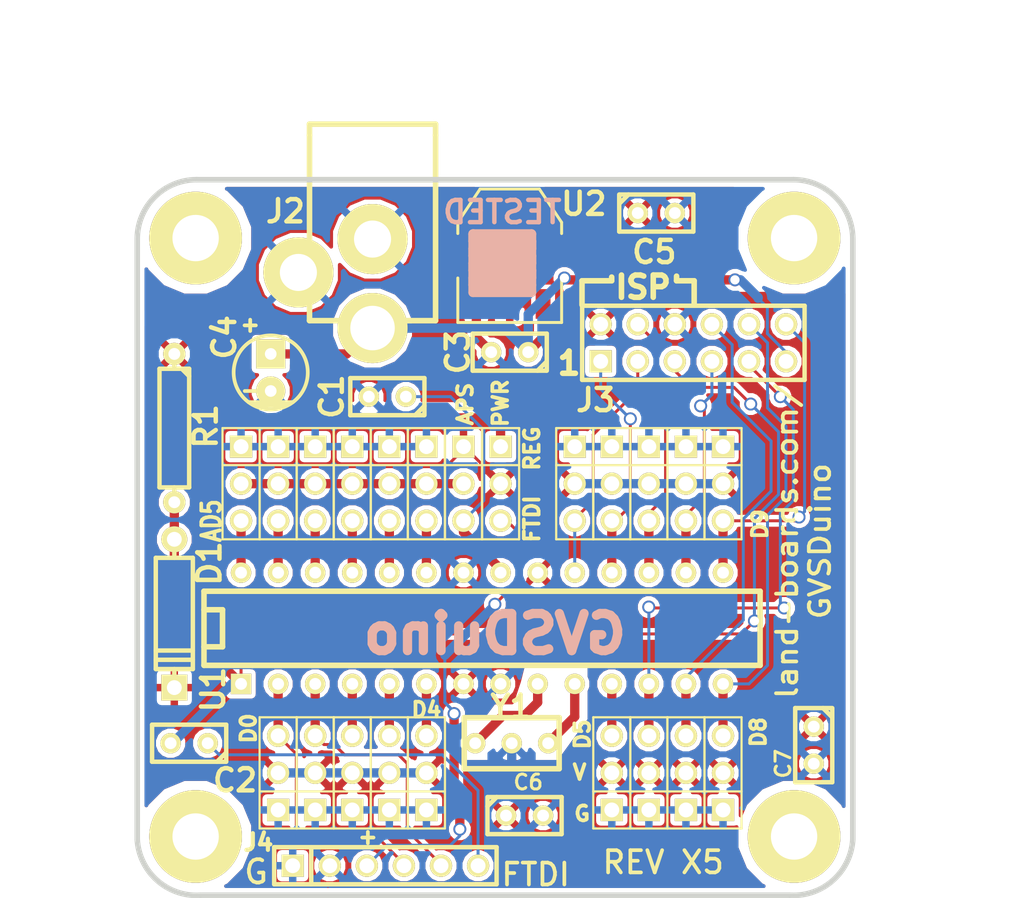
<source format=kicad_pcb>
(kicad_pcb (version 4) (host pcbnew "(after 2015-mar-04 BZR unknown)-product")
  (title_block (date "19 aug 2014"))
  (layers (0 Front signal) (31 Back signal hide) (36 B.SilkS user) (37 F.SilkS user) (38 B.Mask user) (39 F.Mask user) (44 Edge.Cuts user))
  (net 0 "")
  (net 1 +5V)
  (net 2 /AD0)
  (net 3 /AD1)
  (net 4 /AD2)
  (net 5 /AD3)
  (net 6 /AD4)
  (net 7 /AD5)
  (net 8 /AREF)
  (net 9 /D0)
  (net 10 /D1)
  (net 11 /D10)
  (net 12 /D11)
  (net 13 /D12)
  (net 14 /D13)
  (net 15 /D2)
  (net 16 /D3)
  (net 17 /D4)
  (net 18 /D5)
  (net 19 /D6)
  (net 20 /D7)
  (net 21 /D8)
  (net 22 /D9)
  (net 23 /RES0)
  (net 24 /RES1)
  (net 25 /RESET)
  (net 26 /VIN)
  (net 27 /VREG)
  (net 28 GND)
  (net 29 /FTDIRES)
  (net 30 "Net-(J1-Pad3)")
  (net 31 "Net-(K1-Pad2)")
  (module SOT223 (layer Front) (at 80.518 45.212)
    (fp_text reference U2 (at 5.08 -3.556) (layer F.SilkS) (effects (font (thickness 0.3048))))
    (fp_text value AP1117 hide)
    (pad 4 smd rect (at 0 -3.302) (size 3.6576 2.032) (layers Front F.Mask) (net 27 /VREG))
    (pad 2 smd rect (at 0 3.302) (size 1.016 2.032) (layers Front F.Mask) (net 27 /VREG))
    (pad 3 smd rect (at 2.286 3.302) (size 1.016 2.032) (layers Front F.Mask) (net 26 /VIN))
    (pad 1 smd rect (at -2.286 3.302) (size 1.016 2.032) (layers Front F.Mask) (net 28 GND))
  )
  (module C1 (layer Front) (at 90.56 42.286)
    (fp_text reference C5 (at -0.136 2.672) (layer F.SilkS) (effects (font (thickness 0.3048))))
    (fp_text value 0.1uF hide)
    (pad 1 thru_hole circle (at -1.27 0) (size 1.397 1.397) (drill 0.8128) (layers *.Cu *.Mask F.SilkS) (net 27 /VREG))
    (pad 2 thru_hole circle (at 1.27 0) (size 1.397 1.397) (drill 0.8128) (layers *.Cu *.Mask F.SilkS) (net 28 GND))
  )
  (module C1 (layer Front) (at 80.518 51.816 180)
    (fp_text reference C3 (at 3.556 0 270) (layer F.SilkS) (effects (font (thickness 0.3048))))
    (fp_text value 0.1uF hide)
    (pad 1 thru_hole circle (at -1.27 0 180) (size 1.397 1.397) (drill 0.8128) (layers *.Cu *.Mask F.SilkS) (net 26 /VIN))
    (pad 2 thru_hole circle (at 1.27 0 180) (size 1.397 1.397) (drill 0.8128) (layers *.Cu *.Mask F.SilkS) (net 28 GND))
  )
  (module C1 (layer Front) (at 58.556 78.608 180)
    (fp_text reference C2 (at -3.144 -2.542 180) (layer F.SilkS) (effects (font (thickness 0.3048))))
    (fp_text value 0.1uF hide)
    (pad 1 thru_hole circle (at -1.27 0 180) (size 1.397 1.397) (drill 0.8128) (layers *.Cu *.Mask F.SilkS) (net 29 /FTDIRES))
    (pad 2 thru_hole circle (at 1.27 0 180) (size 1.397 1.397) (drill 0.8128) (layers *.Cu *.Mask F.SilkS) (net 25 /RESET))
  )
  (module C1 (layer Front) (at 72.136 54.864 180)
    (fp_text reference C1 (at 3.81 0 270) (layer F.SilkS) (effects (font (thickness 0.3048))))
    (fp_text value 0.1uF hide)
    (pad 1 thru_hole circle (at -1.27 0 180) (size 1.397 1.397) (drill 0.8128) (layers *.Cu *.Mask F.SilkS) (net 8 /AREF))
    (pad 2 thru_hole circle (at 1.27 0 180) (size 1.397 1.397) (drill 0.8128) (layers *.Cu *.Mask F.SilkS) (net 28 GND))
  )
  (module DIP-28__300 (layer Front) (at 78.622 70.734)
    (fp_text reference U1 (at -18.424 4.196 90) (layer F.SilkS) (effects (font (thickness 0.3048))))
    (fp_text value ATMEGA328-PU hide)
    (pad 2 thru_hole circle (at -13.97 3.81) (size 1.397 1.397) (drill 0.8128) (layers *.Cu *.Mask F.SilkS) (net 9 /D0))
    (pad 3 thru_hole circle (at -11.43 3.81) (size 1.397 1.397) (drill 0.8128) (layers *.Cu *.Mask F.SilkS) (net 10 /D1))
    (pad 4 thru_hole circle (at -8.89 3.81) (size 1.397 1.397) (drill 0.8128) (layers *.Cu *.Mask F.SilkS) (net 15 /D2))
    (pad 5 thru_hole circle (at -6.35 3.81) (size 1.397 1.397) (drill 0.8128) (layers *.Cu *.Mask F.SilkS) (net 16 /D3))
    (pad 6 thru_hole circle (at -3.81 3.81) (size 1.397 1.397) (drill 0.8128) (layers *.Cu *.Mask F.SilkS) (net 17 /D4))
    (pad 7 thru_hole circle (at -1.27 3.81) (size 1.397 1.397) (drill 0.8128) (layers *.Cu *.Mask F.SilkS) (net 1 +5V))
    (pad 8 thru_hole circle (at 1.27 3.81) (size 1.397 1.397) (drill 0.8128) (layers *.Cu *.Mask F.SilkS) (net 28 GND))
    (pad 9 thru_hole circle (at 3.81 3.81) (size 1.397 1.397) (drill 0.8128) (layers *.Cu *.Mask F.SilkS) (net 23 /RES0))
    (pad 10 thru_hole circle (at 6.35 3.81) (size 1.397 1.397) (drill 0.8128) (layers *.Cu *.Mask F.SilkS) (net 24 /RES1))
    (pad 11 thru_hole circle (at 8.89 3.81) (size 1.397 1.397) (drill 0.8128) (layers *.Cu *.Mask F.SilkS) (net 18 /D5))
    (pad 12 thru_hole circle (at 11.43 3.81) (size 1.397 1.397) (drill 0.8128) (layers *.Cu *.Mask F.SilkS) (net 19 /D6))
    (pad 13 thru_hole circle (at 13.97 3.81) (size 1.397 1.397) (drill 0.8128) (layers *.Cu *.Mask F.SilkS) (net 20 /D7))
    (pad 14 thru_hole circle (at 16.51 3.81) (size 1.397 1.397) (drill 0.8128) (layers *.Cu *.Mask F.SilkS) (net 21 /D8))
    (pad 1 thru_hole rect (at -16.51 3.81) (size 1.397 1.397) (drill 0.8128) (layers *.Cu *.Mask F.SilkS) (net 25 /RESET))
    (pad 15 thru_hole circle (at 16.51 -3.81) (size 1.397 1.397) (drill 0.8128) (layers *.Cu *.Mask F.SilkS) (net 22 /D9))
    (pad 16 thru_hole circle (at 13.97 -3.81) (size 1.397 1.397) (drill 0.8128) (layers *.Cu *.Mask F.SilkS) (net 11 /D10))
    (pad 17 thru_hole circle (at 11.43 -3.81) (size 1.397 1.397) (drill 0.8128) (layers *.Cu *.Mask F.SilkS) (net 12 /D11))
    (pad 18 thru_hole circle (at 8.89 -3.81) (size 1.397 1.397) (drill 0.8128) (layers *.Cu *.Mask F.SilkS) (net 13 /D12))
    (pad 19 thru_hole circle (at 6.35 -3.81) (size 1.397 1.397) (drill 0.8128) (layers *.Cu *.Mask F.SilkS) (net 14 /D13))
    (pad 20 thru_hole circle (at 3.81 -3.81) (size 1.397 1.397) (drill 0.8128) (layers *.Cu *.Mask F.SilkS) (net 1 +5V))
    (pad 21 thru_hole circle (at 1.27 -3.81) (size 1.397 1.397) (drill 0.8128) (layers *.Cu *.Mask F.SilkS) (net 8 /AREF))
    (pad 22 thru_hole circle (at -1.27 -3.81) (size 1.397 1.397) (drill 0.8128) (layers *.Cu *.Mask F.SilkS) (net 28 GND))
    (pad 23 thru_hole circle (at -3.81 -3.81) (size 1.397 1.397) (drill 0.8128) (layers *.Cu *.Mask F.SilkS) (net 2 /AD0))
    (pad 24 thru_hole circle (at -6.35 -3.81) (size 1.397 1.397) (drill 0.8128) (layers *.Cu *.Mask F.SilkS) (net 3 /AD1))
    (pad 25 thru_hole circle (at -8.89 -3.81) (size 1.397 1.397) (drill 0.8128) (layers *.Cu *.Mask F.SilkS) (net 4 /AD2))
    (pad 26 thru_hole circle (at -11.43 -3.81) (size 1.397 1.397) (drill 0.8128) (layers *.Cu *.Mask F.SilkS) (net 5 /AD3))
    (pad 27 thru_hole circle (at -13.97 -3.81) (size 1.397 1.397) (drill 0.8128) (layers *.Cu *.Mask F.SilkS) (net 6 /AD4))
    (pad 28 thru_hole circle (at -16.51 -3.81) (size 1.397 1.397) (drill 0.8128) (layers *.Cu *.Mask F.SilkS) (net 7 /AD5))
  )
  (module CP_5x11mm (layer Front) (at 64.144 53.208 180)
    (fp_text reference C4 (at 3.184 2.408 270) (layer F.SilkS) (effects (font (thickness 0.3048))))
    (fp_text value CP hide)
    (pad 1 thru_hole rect (at 0 1.27 180) (size 1.99898 1.99898) (drill 0.8001) (layers *.Cu *.Mask F.SilkS) (net 26 /VIN))
    (pad 2 thru_hole circle (at 0 -1.27 180) (size 1.99898 1.99898) (drill 0.8001) (layers *.Cu *.Mask F.SilkS) (net 28 GND))
  )
  (module PIN_ARRAY-6X1 (layer Front) (at 72 87)
    (fp_text reference J4 (at -8.7 -1.6) (layer F.SilkS) (effects (font (size 1.143 1.143) (thickness 0.28575))))
    (fp_text value CONN_6 hide)
    (pad 1 thru_hole rect (at -6.35 0) (size 1.524 1.524) (drill 1.016) (layers *.Cu *.Mask F.SilkS) (net 28 GND))
    (pad 2 thru_hole circle (at -3.81 0) (size 1.524 1.524) (drill 1.016) (layers *.Cu *.Mask F.SilkS) (net 28 GND))
    (pad 3 thru_hole circle (at -1.27 0) (size 1.524 1.524) (drill 1.016) (layers *.Cu *.Mask F.SilkS) (net 30 "Net-(J1-Pad3)"))
    (pad 4 thru_hole circle (at 1.27 0) (size 1.524 1.524) (drill 1.016) (layers *.Cu *.Mask F.SilkS) (net 9 /D0))
    (pad 5 thru_hole circle (at 3.81 0) (size 1.524 1.524) (drill 1.016) (layers *.Cu *.Mask F.SilkS) (net 10 /D1))
    (pad 6 thru_hole circle (at 6.35 0) (size 1.524 1.524) (drill 1.016) (layers *.Cu *.Mask F.SilkS) (net 29 /FTDIRES))
  )
  (module PIN_ARRAY_3X1 (layer Front) (at 74.812 80.64 90)
    (fp_text reference K11 hide)
    (fp_text value CONN_3 hide)
    (pad 1 thru_hole rect (at -2.54 0 90) (size 1.524 1.524) (drill 1.016) (layers *.Cu *.Mask F.SilkS) (net 28 GND))
    (pad 2 thru_hole circle (at 0 0 90) (size 1.524 1.524) (drill 1.016) (layers *.Cu *.Mask F.SilkS) (net 1 +5V))
    (pad 3 thru_hole circle (at 2.54 0 90) (size 1.524 1.524) (drill 1.016) (layers *.Cu *.Mask F.SilkS) (net 17 /D4))
  )
  (module PIN_ARRAY_3X1 (layer Front) (at 84.972 60.828 270)
    (fp_text reference K20 hide)
    (fp_text value CONN_3 hide)
    (pad 1 thru_hole rect (at -2.54 0 270) (size 1.524 1.524) (drill 1.016) (layers *.Cu *.Mask F.SilkS) (net 28 GND))
    (pad 2 thru_hole circle (at 0 0 270) (size 1.524 1.524) (drill 1.016) (layers *.Cu *.Mask F.SilkS) (net 1 +5V))
    (pad 3 thru_hole circle (at 2.54 0 270) (size 1.524 1.524) (drill 1.016) (layers *.Cu *.Mask F.SilkS) (net 14 /D13))
  )
  (module PIN_ARRAY_3X1 (layer Front) (at 87.512 60.828 270)
    (fp_text reference K19 hide)
    (fp_text value CONN_3 hide)
    (pad 1 thru_hole rect (at -2.54 0 270) (size 1.524 1.524) (drill 1.016) (layers *.Cu *.Mask F.SilkS) (net 28 GND))
    (pad 2 thru_hole circle (at 0 0 270) (size 1.524 1.524) (drill 1.016) (layers *.Cu *.Mask F.SilkS) (net 1 +5V))
    (pad 3 thru_hole circle (at 2.54 0 270) (size 1.524 1.524) (drill 1.016) (layers *.Cu *.Mask F.SilkS) (net 13 /D12))
  )
  (module PIN_ARRAY_3X1 (layer Front) (at 90.052 60.828 270)
    (fp_text reference K18 hide)
    (fp_text value CONN_3 hide)
    (pad 1 thru_hole rect (at -2.54 0 270) (size 1.524 1.524) (drill 1.016) (layers *.Cu *.Mask F.SilkS) (net 28 GND))
    (pad 2 thru_hole circle (at 0 0 270) (size 1.524 1.524) (drill 1.016) (layers *.Cu *.Mask F.SilkS) (net 1 +5V))
    (pad 3 thru_hole circle (at 2.54 0 270) (size 1.524 1.524) (drill 1.016) (layers *.Cu *.Mask F.SilkS) (net 12 /D11))
  )
  (module PIN_ARRAY_3X1 (layer Front) (at 92.592 60.828 270)
    (fp_text reference K17 hide)
    (fp_text value CONN_3 hide)
    (pad 1 thru_hole rect (at -2.54 0 270) (size 1.524 1.524) (drill 1.016) (layers *.Cu *.Mask F.SilkS) (net 28 GND))
    (pad 2 thru_hole circle (at 0 0 270) (size 1.524 1.524) (drill 1.016) (layers *.Cu *.Mask F.SilkS) (net 1 +5V))
    (pad 3 thru_hole circle (at 2.54 0 270) (size 1.524 1.524) (drill 1.016) (layers *.Cu *.Mask F.SilkS) (net 11 /D10))
  )
  (module PIN_ARRAY_3X1 (layer Front) (at 95.132 60.828 270)
    (fp_text reference K16 hide)
    (fp_text value CONN_3 hide)
    (pad 1 thru_hole rect (at -2.54 0 270) (size 1.524 1.524) (drill 1.016) (layers *.Cu *.Mask F.SilkS) (net 28 GND))
    (pad 2 thru_hole circle (at 0 0 270) (size 1.524 1.524) (drill 1.016) (layers *.Cu *.Mask F.SilkS) (net 1 +5V))
    (pad 3 thru_hole circle (at 2.54 0 270) (size 1.524 1.524) (drill 1.016) (layers *.Cu *.Mask F.SilkS) (net 22 /D9))
  )
  (module PIN_ARRAY_3X1 (layer Front) (at 95.132 80.64 90)
    (fp_text reference K15 hide)
    (fp_text value CONN_3 hide)
    (pad 1 thru_hole rect (at -2.54 0 90) (size 1.524 1.524) (drill 1.016) (layers *.Cu *.Mask F.SilkS) (net 28 GND))
    (pad 2 thru_hole circle (at 0 0 90) (size 1.524 1.524) (drill 1.016) (layers *.Cu *.Mask F.SilkS) (net 1 +5V))
    (pad 3 thru_hole circle (at 2.54 0 90) (size 1.524 1.524) (drill 1.016) (layers *.Cu *.Mask F.SilkS) (net 21 /D8))
  )
  (module PIN_ARRAY_3X1 (layer Front) (at 92.592 80.64 90)
    (fp_text reference K14 hide)
    (fp_text value CONN_3 hide)
    (pad 1 thru_hole rect (at -2.54 0 90) (size 1.524 1.524) (drill 1.016) (layers *.Cu *.Mask F.SilkS) (net 28 GND))
    (pad 2 thru_hole circle (at 0 0 90) (size 1.524 1.524) (drill 1.016) (layers *.Cu *.Mask F.SilkS) (net 1 +5V))
    (pad 3 thru_hole circle (at 2.54 0 90) (size 1.524 1.524) (drill 1.016) (layers *.Cu *.Mask F.SilkS) (net 20 /D7))
  )
  (module PIN_ARRAY_3X1 (layer Front) (at 90.052 80.64 90)
    (fp_text reference K13 hide)
    (fp_text value CONN_3 hide)
    (pad 1 thru_hole rect (at -2.54 0 90) (size 1.524 1.524) (drill 1.016) (layers *.Cu *.Mask F.SilkS) (net 28 GND))
    (pad 2 thru_hole circle (at 0 0 90) (size 1.524 1.524) (drill 1.016) (layers *.Cu *.Mask F.SilkS) (net 1 +5V))
    (pad 3 thru_hole circle (at 2.54 0 90) (size 1.524 1.524) (drill 1.016) (layers *.Cu *.Mask F.SilkS) (net 19 /D6))
  )
  (module PIN_ARRAY_3X1 (layer Front) (at 87.512 80.64 90)
    (fp_text reference K12 hide)
    (fp_text value CONN_3 hide)
    (pad 1 thru_hole rect (at -2.54 0 90) (size 1.524 1.524) (drill 1.016) (layers *.Cu *.Mask F.SilkS) (net 28 GND))
    (pad 2 thru_hole circle (at 0 0 90) (size 1.524 1.524) (drill 1.016) (layers *.Cu *.Mask F.SilkS) (net 1 +5V))
    (pad 3 thru_hole circle (at 2.54 0 90) (size 1.524 1.524) (drill 1.016) (layers *.Cu *.Mask F.SilkS) (net 18 /D5))
  )
  (module PIN_ARRAY_3X1 (layer Front) (at 74.812 60.828 270)
    (fp_text reference K1 hide)
    (fp_text value CONN_3 hide)
    (pad 1 thru_hole rect (at -2.54 0 270) (size 1.524 1.524) (drill 1.016) (layers *.Cu *.Mask F.SilkS) (net 28 GND))
    (pad 2 thru_hole circle (at 0 0 270) (size 1.524 1.524) (drill 1.016) (layers *.Cu *.Mask F.SilkS) (net 31 "Net-(K1-Pad2)"))
    (pad 3 thru_hole circle (at 2.54 0 270) (size 1.524 1.524) (drill 1.016) (layers *.Cu *.Mask F.SilkS) (net 2 /AD0))
  )
  (module PIN_ARRAY_3X1 (layer Front) (at 72.272 80.64 90)
    (fp_text reference K10 hide)
    (fp_text value CONN_3 hide)
    (pad 1 thru_hole rect (at -2.54 0 90) (size 1.524 1.524) (drill 1.016) (layers *.Cu *.Mask F.SilkS) (net 28 GND))
    (pad 2 thru_hole circle (at 0 0 90) (size 1.524 1.524) (drill 1.016) (layers *.Cu *.Mask F.SilkS) (net 1 +5V))
    (pad 3 thru_hole circle (at 2.54 0 90) (size 1.524 1.524) (drill 1.016) (layers *.Cu *.Mask F.SilkS) (net 16 /D3))
  )
  (module PIN_ARRAY_3X1 (layer Front) (at 69.732 80.64 90)
    (fp_text reference K9 hide)
    (fp_text value CONN_3 hide)
    (pad 1 thru_hole rect (at -2.54 0 90) (size 1.524 1.524) (drill 1.016) (layers *.Cu *.Mask F.SilkS) (net 28 GND))
    (pad 2 thru_hole circle (at 0 0 90) (size 1.524 1.524) (drill 1.016) (layers *.Cu *.Mask F.SilkS) (net 1 +5V))
    (pad 3 thru_hole circle (at 2.54 0 90) (size 1.524 1.524) (drill 1.016) (layers *.Cu *.Mask F.SilkS) (net 15 /D2))
  )
  (module PIN_ARRAY_3X1 (layer Front) (at 67.192 80.64 90)
    (fp_text reference K8 hide)
    (fp_text value CONN_3 hide)
    (pad 1 thru_hole rect (at -2.54 0 90) (size 1.524 1.524) (drill 1.016) (layers *.Cu *.Mask F.SilkS) (net 28 GND))
    (pad 2 thru_hole circle (at 0 0 90) (size 1.524 1.524) (drill 1.016) (layers *.Cu *.Mask F.SilkS) (net 1 +5V))
    (pad 3 thru_hole circle (at 2.54 0 90) (size 1.524 1.524) (drill 1.016) (layers *.Cu *.Mask F.SilkS) (net 10 /D1))
  )
  (module PIN_ARRAY_3X1 (layer Front) (at 64.652 80.64 90)
    (fp_text reference K7 hide)
    (fp_text value CONN_3 hide)
    (pad 1 thru_hole rect (at -2.54 0 90) (size 1.524 1.524) (drill 1.016) (layers *.Cu *.Mask F.SilkS) (net 28 GND))
    (pad 2 thru_hole circle (at 0 0 90) (size 1.524 1.524) (drill 1.016) (layers *.Cu *.Mask F.SilkS) (net 1 +5V))
    (pad 3 thru_hole circle (at 2.54 0 90) (size 1.524 1.524) (drill 1.016) (layers *.Cu *.Mask F.SilkS) (net 9 /D0))
  )
  (module PIN_ARRAY_3X1 (layer Front) (at 62.112 60.828 270)
    (fp_text reference K6 hide)
    (fp_text value CONN_3 hide)
    (pad 1 thru_hole rect (at -2.54 0 270) (size 1.524 1.524) (drill 1.016) (layers *.Cu *.Mask F.SilkS) (net 28 GND))
    (pad 2 thru_hole circle (at 0 0 270) (size 1.524 1.524) (drill 1.016) (layers *.Cu *.Mask F.SilkS) (net 31 "Net-(K1-Pad2)"))
    (pad 3 thru_hole circle (at 2.54 0 270) (size 1.524 1.524) (drill 1.016) (layers *.Cu *.Mask F.SilkS) (net 7 /AD5))
  )
  (module PIN_ARRAY_3X1 (layer Front) (at 64.652 60.828 270)
    (fp_text reference K5 hide)
    (fp_text value CONN_3 hide)
    (pad 1 thru_hole rect (at -2.54 0 270) (size 1.524 1.524) (drill 1.016) (layers *.Cu *.Mask F.SilkS) (net 28 GND))
    (pad 2 thru_hole circle (at 0 0 270) (size 1.524 1.524) (drill 1.016) (layers *.Cu *.Mask F.SilkS) (net 31 "Net-(K1-Pad2)"))
    (pad 3 thru_hole circle (at 2.54 0 270) (size 1.524 1.524) (drill 1.016) (layers *.Cu *.Mask F.SilkS) (net 6 /AD4))
  )
  (module PIN_ARRAY_3X1 (layer Front) (at 67.192 60.828 270)
    (fp_text reference K4 hide)
    (fp_text value CONN_3 hide)
    (pad 1 thru_hole rect (at -2.54 0 270) (size 1.524 1.524) (drill 1.016) (layers *.Cu *.Mask F.SilkS) (net 28 GND))
    (pad 2 thru_hole circle (at 0 0 270) (size 1.524 1.524) (drill 1.016) (layers *.Cu *.Mask F.SilkS) (net 31 "Net-(K1-Pad2)"))
    (pad 3 thru_hole circle (at 2.54 0 270) (size 1.524 1.524) (drill 1.016) (layers *.Cu *.Mask F.SilkS) (net 5 /AD3))
  )
  (module PIN_ARRAY_3X1 (layer Front) (at 69.732 60.828 270)
    (fp_text reference K3 hide)
    (fp_text value CONN_3 hide)
    (pad 1 thru_hole rect (at -2.54 0 270) (size 1.524 1.524) (drill 1.016) (layers *.Cu *.Mask F.SilkS) (net 28 GND))
    (pad 2 thru_hole circle (at 0 0 270) (size 1.524 1.524) (drill 1.016) (layers *.Cu *.Mask F.SilkS) (net 31 "Net-(K1-Pad2)"))
    (pad 3 thru_hole circle (at 2.54 0 270) (size 1.524 1.524) (drill 1.016) (layers *.Cu *.Mask F.SilkS) (net 4 /AD2))
  )
  (module PIN_ARRAY_3X1 (layer Front) (at 72.272 60.828 270)
    (fp_text reference K2 hide)
    (fp_text value CONN_3 hide)
    (pad 1 thru_hole rect (at -2.54 0 270) (size 1.524 1.524) (drill 1.016) (layers *.Cu *.Mask F.SilkS) (net 28 GND))
    (pad 2 thru_hole circle (at 0 0 270) (size 1.524 1.524) (drill 1.016) (layers *.Cu *.Mask F.SilkS) (net 31 "Net-(K1-Pad2)"))
    (pad 3 thru_hole circle (at 2.54 0 270) (size 1.524 1.524) (drill 1.016) (layers *.Cu *.Mask F.SilkS) (net 3 /AD1))
  )
  (module D4 (layer Front) (at 57.54 69.718 270)
    (fp_text reference D1 (at -3.424 -2.404 270) (layer F.SilkS) (effects (font (thickness 0.3048))))
    (fp_text value 1N4004 hide)
    (pad 1 thru_hole circle (at -5.08 0 270) (size 1.778 1.778) (drill 1.016) (layers *.Cu *.Mask F.SilkS) (net 25 /RESET))
    (pad 2 thru_hole rect (at 5.08 0 270) (size 1.778 1.778) (drill 1.016) (layers *.Cu *.Mask F.SilkS) (net 1 +5V))
  )
  (module R4 (layer Front) (at 57.54 57.018 270)
    (fp_text reference R1 (at -0.122 -2.15 270) (layer F.SilkS) (effects (font (thickness 0.3048))))
    (fp_text value 10K hide)
    (pad 1 thru_hole circle (at -5.08 0 270) (size 1.524 1.524) (drill 0.8128) (layers *.Cu *.Mask F.SilkS) (net 1 +5V))
    (pad 2 thru_hole circle (at 5.08 0 270) (size 1.524 1.524) (drill 0.8128) (layers *.Cu *.Mask F.SilkS) (net 25 /RESET))
  )
  (module PIN_ARRAY_3X1 (layer Front) (at 77.352 60.828 270)
    (fp_text reference K21 hide)
    (fp_text value CONN_3 hide)
    (pad 1 thru_hole rect (at -2.54 0 270) (size 1.524 1.524) (drill 1.016) (layers *.Cu *.Mask F.SilkS) (net 1 +5V))
    (pad 2 thru_hole circle (at 0 0 270) (size 1.524 1.524) (drill 1.016) (layers *.Cu *.Mask F.SilkS) (net 31 "Net-(K1-Pad2)"))
    (pad 3 thru_hole circle (at 2.54 0 270) (size 1.524 1.524) (drill 1.016) (layers *.Cu *.Mask F.SilkS) (net 8 /AREF))
  )
  (module PIN_ARRAY_3X1 (layer Front) (at 79.892 60.828 270)
    (fp_text reference J1 hide)
    (fp_text value CONN_3 hide)
    (pad 1 thru_hole rect (at -2.54 0 270) (size 1.524 1.524) (drill 1.016) (layers *.Cu *.Mask F.SilkS) (net 27 /VREG))
    (pad 2 thru_hole circle (at 0 0 270) (size 1.524 1.524) (drill 1.016) (layers *.Cu *.Mask F.SilkS) (net 1 +5V))
    (pad 3 thru_hole circle (at 2.54 0 270) (size 1.524 1.524) (drill 1.016) (layers *.Cu *.Mask F.SilkS) (net 30 "Net-(J1-Pad3)"))
  )
  (module RESON_3PIN (layer Front) (at 80.654 78.608 270)
    (fp_text reference Y1 (at -2.49936 0.0508 360) (layer F.SilkS) (effects (font (thickness 0.3048))))
    (fp_text value 16MHz hide)
    (pad 3 thru_hole circle (at 0 -2.49936) (size 1.397 1.397) (drill 0.8128) (layers *.Cu *.Mask F.SilkS) (net 24 /RES1))
    (pad 1 thru_hole circle (at 0 2.49936) (size 1.397 1.397) (drill 0.8128) (layers *.Cu *.Mask F.SilkS) (net 23 /RES0))
    (pad 2 thru_hole circle (at 0 0) (size 1.397 1.397) (drill 0.8128) (layers *.Cu *.Mask F.SilkS) (net 28 GND))
  )
  (module pin_array_6x2 (layer Front) (at 93.1 51.176)
    (fp_text reference J3 (at -6.7 3.924) (layer F.SilkS) (effects (font (thickness 0.3048))))
    (fp_text value CONN_6X2 hide)
    (pad 1 thru_hole rect (at -6.35 1.27) (size 1.524 1.524) (drill 1.016) (layers *.Cu *.Mask F.SilkS) (net 13 /D12))
    (pad 2 thru_hole circle (at -6.35 -1.27) (size 1.524 1.524) (drill 1.016) (layers *.Cu *.Mask F.SilkS) (net 1 +5V))
    (pad 3 thru_hole circle (at -3.81 1.27) (size 1.524 1.524) (drill 1.016) (layers *.Cu *.Mask F.SilkS) (net 14 /D13))
    (pad 4 thru_hole circle (at -3.81 -1.27) (size 1.524 1.524) (drill 1.016) (layers *.Cu *.Mask F.SilkS) (net 12 /D11))
    (pad 5 thru_hole circle (at -1.27 1.27) (size 1.524 1.524) (drill 1.016) (layers *.Cu *.Mask F.SilkS) (net 25 /RESET))
    (pad 6 thru_hole circle (at -1.27 -1.27) (size 1.524 1.524) (drill 1.016) (layers *.Cu *.Mask F.SilkS) (net 28 GND))
    (pad 7 thru_hole circle (at 1.27 1.27) (size 1.524 1.524) (drill 1.016) (layers *.Cu *.Mask F.SilkS) (net 11 /D10))
    (pad 8 thru_hole circle (at 1.27 -1.27) (size 1.524 1.524) (drill 1.016) (layers *.Cu *.Mask F.SilkS) (net 20 /D7))
    (pad 9 thru_hole circle (at 3.81 1.27) (size 1.524 1.524) (drill 1.016) (layers *.Cu *.Mask F.SilkS) (net 19 /D6))
    (pad 10 thru_hole circle (at 3.81 -1.27) (size 1.524 1.524) (drill 1.016) (layers *.Cu *.Mask F.SilkS) (net 21 /D8))
    (pad 11 thru_hole circle (at 6.35 1.27) (size 1.524 1.524) (drill 1.016) (layers *.Cu *.Mask F.SilkS) (net 26 /VIN))
    (pad 12 thru_hole circle (at 6.35 -1.27) (size 1.524 1.524) (drill 1.016) (layers *.Cu *.Mask F.SilkS) (net 22 /D9))
  )
  (module JACK_3.5MM (layer Front) (at 71.12 44.069 270)
    (fp_text reference J2 (at -1.905 5.969 360) (layer F.SilkS) (effects (font (thickness 0.3048))))
    (fp_text value DCJ0202 hide)
    (pad 2 thru_hole circle (at 0 0 270) (size 4.8006 4.8006) (drill 2.54) (layers *.Cu *.Mask F.SilkS) (net 28 GND))
    (pad 1 thru_hole circle (at 6.096 0 270) (size 4.8006 4.8006) (drill 3.048) (layers *.Cu *.Mask F.SilkS) (net 26 /VIN))
    (pad 3 thru_hole circle (at 2.286 5.08 270) (size 4.8006 4.8006) (drill 2.54) (layers *.Cu *.Mask F.SilkS) (net 28 GND))
  )
  (module C1 (layer Front) (at 81.534 83.566)
    (fp_text reference C6 (at 0.254 -2.286) (layer F.SilkS) (effects (font (size 1.016 1.016) (thickness 0.2032))))
    (fp_text value 0.1uF hide)
    (pad 1 thru_hole circle (at -1.27 0) (size 1.397 1.397) (drill 0.8128) (layers *.Cu *.Mask F.SilkS) (net 1 +5V))
    (pad 2 thru_hole circle (at 1.27 0) (size 1.397 1.397) (drill 0.8128) (layers *.Cu *.Mask F.SilkS) (net 28 GND))
  )
  (module C1 (layer Front) (at 101.346 78.74 270)
    (fp_text reference C7 (at 1.27 2.0955 270) (layer F.SilkS) (effects (font (size 1.016 1.016) (thickness 0.2032))))
    (fp_text value 0.1uF hide)
    (pad 1 thru_hole circle (at -1.27 0 270) (size 1.397 1.397) (drill 0.8128) (layers *.Cu *.Mask F.SilkS) (net 1 +5V))
    (pad 2 thru_hole circle (at 1.27 0 270) (size 1.397 1.397) (drill 0.8128) (layers *.Cu *.Mask F.SilkS) (net 28 GND))
  )
  (module MTG-4-40 (layer Front) (at 59 44)
    (fp_text reference MTG1 hide)
    (fp_text value CONN_1 hide)
    (pad 1 thru_hole circle (at 0 0) (size 6.35 6.35) (drill 3.175) (layers *.Cu *.Mask F.SilkS) (clearance 0.635))
  )
  (module MTG-4-40 (layer Front) (at 100 44)
    (fp_text reference MTG2 hide)
    (fp_text value CONN_1 hide)
    (pad 1 thru_hole circle (at 0 0) (size 6.35 6.35) (drill 3.175) (layers *.Cu *.Mask F.SilkS) (clearance 0.635))
  )
  (module MTG-4-40 (layer Front) (at 100 85)
    (fp_text reference MTG4 hide)
    (fp_text value CONN_1 hide)
    (pad 1 thru_hole circle (at 0 0) (size 6.35 6.35) (drill 3.175) (layers *.Cu *.Mask F.SilkS) (clearance 0.635))
  )
  (module MTG-4-40 (layer Front) (at 59 85)
    (fp_text reference MTG3 hide)
    (fp_text value CONN_1 hide)
    (pad 1 thru_hole circle (at 0 0) (size 6.35 6.35) (drill 3.175) (layers *.Cu *.Mask F.SilkS) (clearance 0.635))
  )
  (module DougsNewMods:TEST_BLK-REAR (layer Front) (at 80.01 45.72)
    (fp_text reference TESTED (at 0 -3.5) (layer B.SilkS) (effects (font (thickness 0.3048)) (justify mirror)))
    (fp_text value VAL** hide)
  )
  (gr_text PWR (at 79.883 55.3085 90) (layer F.SilkS) (effects (font (size 1.016 1.016) (thickness 0.254))))
  (gr_text 1 (at 84.582 52.578) (layer F.SilkS) (effects (font (thickness 0.381))))
  (gr_line (start 87.503 46.736) (end 87.503 46.6725) (angle 90) (layer F.SilkS) (width 0.381))
  (gr_line (start 91.948 46.9265) (end 91.948 46.609) (angle 90) (layer F.SilkS) (width 0.381))
  (gr_line (start 93.1545 46.9265) (end 91.948 46.9265) (angle 90) (layer F.SilkS) (width 0.381))
  (gr_line (start 93.1545 48.5775) (end 93.1545 46.9265) (angle 90) (layer F.SilkS) (width 0.381))
  (gr_line (start 87.503 46.9265) (end 87.503 46.7995) (angle 90) (layer F.SilkS) (width 0.381))
  (gr_line (start 85.471 46.9265) (end 87.503 46.9265) (angle 90) (layer F.SilkS) (width 0.381))
  (gr_line (start 85.471 48.5775) (end 85.471 46.9265) (angle 90) (layer F.SilkS) (width 0.381))
  (gr_text APS (at 77.47 55.372 90) (layer F.SilkS) (effects (font (size 1.016 1.016) (thickness 0.254))))
  (gr_text GVSDuino (at 79.502 71.12) (layer B.SilkS) (effects (font (size 2.54 2.54) (thickness 0.635)) (justify mirror)))
  (gr_text "REV X5" (at 91.0336 86.7664) (layer F.SilkS) (effects (font (thickness 0.254))))
  (gr_text ISP (at 89.662 47.371) (layer F.SilkS) (effects (font (thickness 0.381))))
  (gr_text + (at 62.738 49.911) (layer F.SilkS) (effects (font (size 1.016 1.016) (thickness 0.254))))
  (gr_text V (at 85.3 80.6) (layer F.SilkS) (effects (font (size 1.016 1.016) (thickness 0.254))))
  (gr_text D8 (at 97.55 77.85 90) (layer F.SilkS) (effects (font (size 1.016 1.016) (thickness 0.254))))
  (gr_text "land-boards.com/\nGVSDuino" (at 100.6475 64.77 90) (layer F.SilkS) (effects (font (size 1.397 1.524) (thickness 0.254))))
  (gr_text FTDI (at 82.042 63.246 90) (layer F.SilkS) (effects (font (size 1.016 1.016) (thickness 0.254))))
  (gr_text REG (at 82.042 58.42 90) (layer F.SilkS) (effects (font (size 1.016 1.016) (thickness 0.254))))
  (gr_line (start 99.704 89.022) (end 59.318 89.022) (angle 90) (layer Edge.Cuts) (width 0.381))
  (gr_line (start 104.022 44.064) (end 104.022 85.212) (angle 90) (layer Edge.Cuts) (width 0.381))
  (gr_line (start 59.064 40) (end 99.958 40) (angle 90) (layer Edge.Cuts) (width 0.381))
  (gr_line (start 55 85.212) (end 55 44.064) (angle 90) (layer Edge.Cuts) (width 0.381))
  (gr_arc (start 59.064 84.958) (end 59.318 89.022) (angle 90) (layer Edge.Cuts) (width 0.381))
  (gr_arc (start 99.958 84.958) (end 104.022 85.212) (angle 90) (layer Edge.Cuts) (width 0.381))
  (gr_arc (start 99.958 44.064) (end 99.958 40) (angle 90) (layer Edge.Cuts) (width 0.381))
  (gr_arc (start 59.064 44.064) (end 55 44.064) (angle 90) (layer Edge.Cuts) (width 0.381))
  (gr_text D4 (at 74.812 76.322) (layer F.SilkS) (effects (font (size 1.016 1.016) (thickness 0.254))))
  (gr_text G (at 63.1444 87.4268) (layer F.SilkS) (effects (font (size 1.6 1.6) (thickness 0.254))))
  (gr_text D5 (at 85.5 78 90) (layer F.SilkS) (effects (font (size 1.016 1.016) (thickness 0.254))))
  (gr_text + (at 70.8 85) (layer F.SilkS) (effects (font (size 1.016 1.016) (thickness 0.254))))
  (gr_text G (at 85.48 83.434) (layer F.SilkS) (effects (font (size 1.016 1.016) (thickness 0.254))))
  (gr_text D0 (at 62.62 77.592 90) (layer F.SilkS) (effects (font (size 1.016 1.016) (thickness 0.254))))
  (gr_text D9 (at 97.663 63.6016 90) (layer F.SilkS) (effects (font (size 1.016 1.016) (thickness 0.254))))
  (gr_text AD5 (at 60.08 63.368 90) (layer F.SilkS) (effects (font (size 1.27 1.016) (thickness 0.254))))
  (gr_text FTDI (at 82.296 87.6046) (layer F.SilkS) (effects (font (size 1.5 1.5) (thickness 0.254))))
  (segment (start 87.512 60.828) (end 84.972 60.828) (width 0.635) (layer Back) (net 1))
  (segment (start 90.052 60.828) (end 87.512 60.828) (width 0.635) (layer Back) (net 1))
  (segment (start 92.592 60.828) (end 90.052 60.828) (width 0.635) (layer Back) (net 1))
  (segment (start 95.132 60.828) (end 92.592 60.828) (width 0.635) (layer Back) (net 1))
  (segment (start 72.272 80.64) (end 74.812 80.64) (width 0.635) (layer Back) (net 1))
  (segment (start 69.732 80.64) (end 72.272 80.64) (width 0.635) (layer Back) (net 1))
  (segment (start 67.192 80.64) (end 69.732 80.64) (width 0.635) (layer Back) (net 1))
  (segment (start 64.652 80.64) (end 67.192 80.64) (width 0.635) (layer Back) (net 1))
  (segment (start 77.352 58.4745) (end 76.2 59.6265) (width 0.2032) (layer Front) (net 1))
  (segment (start 77.352 58.288) (end 77.352 58.4745) (width 0.2032) (layer Front) (net 1))
  (segment (start 77.4015 58.288) (end 78.74 59.6265) (width 0.2032) (layer Front) (net 1))
  (segment (start 77.352 58.288) (end 77.4015 58.288) (width 0.2032) (layer Front) (net 1))
  (segment (start 74.812 66.924) (end 74.812 63.368) (width 0.635) (layer Front) (net 2))
  (segment (start 72.272 66.924) (end 72.272 63.368) (width 0.635) (layer Front) (net 3))
  (segment (start 69.732 66.924) (end 69.732 63.368) (width 0.635) (layer Front) (net 4))
  (segment (start 67.192 66.924) (end 67.192 63.368) (width 0.635) (layer Front) (net 5))
  (segment (start 64.652 66.924) (end 64.652 63.368) (width 0.635) (layer Front) (net 6))
  (segment (start 62.112 66.924) (end 62.112 63.368) (width 0.635) (layer Front) (net 7))
  (segment (start 79.892 66.684) (end 77.352 64.144) (width 0.635) (layer Front) (net 8))
  (segment (start 77.352 64.144) (end 77.352 63.368) (width 0.635) (layer Front) (net 8))
  (segment (start 79.892 66.924) (end 79.892 66.684) (width 0.635) (layer Front) (net 8))
  (segment (start 77.352 63.364) (end 78.74 61.976) (width 0.2032) (layer Back) (net 8))
  (segment (start 78.74 61.976) (end 78.74 57.15) (width 0.2032) (layer Back) (net 8))
  (segment (start 78.74 57.15) (end 76.454 54.864) (width 0.2032) (layer Back) (net 8))
  (segment (start 76.454 54.864) (end 73.406 54.864) (width 0.2032) (layer Back) (net 8))
  (segment (start 77.352 63.368) (end 77.352 63.364) (width 0.2032) (layer Back) (net 8))
  (segment (start 73.27 86.87) (end 71.6 85.2) (width 0.2032) (layer Front) (net 9))
  (segment (start 71.6 85.2) (end 66.7 85.2) (width 0.2032) (layer Front) (net 9))
  (segment (start 66.7 85.2) (end 65.9 84.4) (width 0.2032) (layer Front) (net 9))
  (segment (start 65.9 84.4) (end 65.9 79.348) (width 0.2032) (layer Front) (net 9))
  (segment (start 65.9 79.348) (end 64.652 78.1) (width 0.2032) (layer Front) (net 9))
  (segment (start 73.27 87) (end 73.27 86.87) (width 0.2032) (layer Front) (net 9))
  (segment (start 64.652 78.1) (end 64.652 74.544) (width 0.635) (layer Front) (net 9))
  (segment (start 75.81 86.91) (end 73.5 84.6) (width 0.2032) (layer Front) (net 10))
  (segment (start 73.5 84.6) (end 73.5 80) (width 0.2032) (layer Front) (net 10))
  (segment (start 73.5 80) (end 72.9 79.4) (width 0.2032) (layer Front) (net 10))
  (segment (start 72.9 79.4) (end 69.2 79.4) (width 0.2032) (layer Front) (net 10))
  (segment (start 69.2 79.4) (end 68.5 78.7) (width 0.2032) (layer Front) (net 10))
  (segment (start 68.5 78.7) (end 67.792 78.7) (width 0.2032) (layer Front) (net 10))
  (segment (start 67.792 78.7) (end 67.192 78.1) (width 0.2032) (layer Front) (net 10))
  (segment (start 75.81 87) (end 75.81 86.91) (width 0.2032) (layer Front) (net 10))
  (segment (start 67.192 78.1) (end 67.192 74.544) (width 0.635) (layer Front) (net 10))
  (segment (start 92.592 63.368) (end 92.592 66.924) (width 0.635) (layer Front) (net 11))
  (segment (start 92.592 62.983) (end 93.853 61.722) (width 0.2032) (layer Front) (net 11))
  (segment (start 93.853 61.722) (end 93.853 55.753) (width 0.2032) (layer Front) (net 11))
  (segment (start 93.853 55.753) (end 93.599 55.499) (width 0.2032) (layer Front) (net 11))
  (via (at 93.599 55.499) (size 0.889) (layers Front Back) (net 11))
  (segment (start 93.599 55.499) (end 94.37 54.728) (width 0.2032) (layer Back) (net 11))
  (segment (start 94.37 54.728) (end 94.37 52.446) (width 0.2032) (layer Back) (net 11))
  (segment (start 92.592 63.368) (end 92.592 62.983) (width 0.2032) (layer Front) (net 11))
  (segment (start 90.56 52.832) (end 90.56 51.176) (width 0.2032) (layer Front) (net 12))
  (segment (start 90.56 51.176) (end 89.29 49.906) (width 0.2032) (layer Front) (net 12))
  (segment (start 90.052 62.86) (end 91.195 61.717) (width 0.2032) (layer Front) (net 12))
  (segment (start 91.195 61.717) (end 91.195 55.889) (width 0.2032) (layer Front) (net 12))
  (segment (start 90.052 63.368) (end 90.052 62.86) (width 0.2032) (layer Front) (net 12))
  (segment (start 90.052 63.368) (end 90.052 66.924) (width 0.635) (layer Front) (net 12))
  (segment (start 90.56 55.254) (end 91.195 55.889) (width 0.2032) (layer Front) (net 12))
  (segment (start 90.56 52.832) (end 90.56 55.254) (width 0.2032) (layer Front) (net 12))
  (segment (start 87.766 63.368) (end 88.782 62.352) (width 0.2032) (layer Front) (net 13))
  (segment (start 88.782 62.352) (end 88.782 56.383) (width 0.2032) (layer Front) (net 13))
  (via (at 88.782 56.383) (size 0.889) (layers Front Back) (net 13))
  (segment (start 88.782 56.383) (end 86.75 54.351) (width 0.2032) (layer Back) (net 13))
  (segment (start 86.75 54.351) (end 86.75 52.446) (width 0.2032) (layer Back) (net 13))
  (segment (start 87.512 63.368) (end 87.766 63.368) (width 0.2032) (layer Front) (net 13))
  (segment (start 87.512 63.368) (end 87.512 66.924) (width 0.635) (layer Front) (net 13))
  (segment (start 84.972 63.368) (end 84.972 66.924) (width 0.2032) (layer Back) (net 14))
  (segment (start 86.242 61.971) (end 86.242 58.547) (width 0.2032) (layer Front) (net 14))
  (segment (start 84.972 63.241) (end 86.242 61.971) (width 0.2032) (layer Front) (net 14))
  (segment (start 84.972 63.368) (end 84.972 63.241) (width 0.2032) (layer Front) (net 14))
  (segment (start 86.242 57.4585) (end 89.29 54.4105) (width 0.2032) (layer Front) (net 14))
  (segment (start 89.29 54.4105) (end 89.29 52.446) (width 0.2032) (layer Front) (net 14))
  (segment (start 86.242 58.547) (end 86.242 57.4585) (width 0.2032) (layer Front) (net 14))
  (segment (start 69.732 78.1) (end 69.732 74.544) (width 0.635) (layer Front) (net 15))
  (segment (start 72.272 78.1) (end 72.272 74.544) (width 0.635) (layer Front) (net 16))
  (segment (start 74.812 78.1) (end 74.812 74.544) (width 0.635) (layer Front) (net 17))
  (segment (start 87.512 74.544) (end 87.512 78.1) (width 0.635) (layer Front) (net 18))
  (segment (start 90.052 74.544) (end 90.052 78.1) (width 0.635) (layer Front) (net 19))
  (segment (start 99.949 61.976) (end 99.949 59.817) (width 0.2032) (layer Back) (net 19))
  (segment (start 99.06 62.865) (end 99.949 61.976) (width 0.2032) (layer Back) (net 19))
  (segment (start 99.949 59.817) (end 99.949 55.88) (width 0.2032) (layer Back) (net 19))
  (segment (start 99.949 55.753) (end 99.06 54.864) (width 0.2032) (layer Back) (net 19))
  (segment (start 99.949 55.88) (end 99.949 55.753) (width 0.2032) (layer Back) (net 19))
  (segment (start 96.91 52.714) (end 96.91 52.446) (width 0.2032) (layer Front) (net 19))
  (via (at 99.06 54.864) (size 0.889) (layers Front Back) (net 19))
  (segment (start 99.06 54.864) (end 96.91 52.714) (width 0.2032) (layer Front) (net 19))
  (segment (start 99.06 69.088) (end 99.06 65.024) (width 0.2032) (layer Back) (net 19))
  (segment (start 99.314 69.342) (end 99.06 69.088) (width 0.2032) (layer Back) (net 19))
  (via (at 99.314 69.342) (size 0.889) (layers Front Back) (net 19))
  (segment (start 99.06 65.024) (end 99.06 62.865) (width 0.2032) (layer Back) (net 19))
  (segment (start 90.052 69.2875) (end 90.043 69.2785) (width 0.2032) (layer Back) (net 19))
  (via (at 90.043 69.2785) (size 0.889) (layers Front Back) (net 19))
  (segment (start 90.043 69.2785) (end 90.1065 69.342) (width 0.2032) (layer Front) (net 19))
  (segment (start 90.1065 69.342) (end 99.314 69.342) (width 0.2032) (layer Front) (net 19))
  (segment (start 90.052 74.544) (end 90.052 69.2875) (width 0.2032) (layer Back) (net 19))
  (segment (start 92.592 74.544) (end 92.592 78.1) (width 0.635) (layer Front) (net 20))
  (segment (start 98.425 57.912) (end 95.758 55.245) (width 0.2032) (layer Back) (net 20))
  (segment (start 98.425 61.341) (end 98.425 57.912) (width 0.2032) (layer Back) (net 20))
  (segment (start 96.52 63.246) (end 98.425 61.341) (width 0.2032) (layer Back) (net 20))
  (segment (start 94.37 49.906) (end 94.37 49.92) (width 0.2032) (layer Back) (net 20))
  (segment (start 94.37 49.92) (end 95.758 51.308) (width 0.2032) (layer Back) (net 20))
  (segment (start 95.758 51.308) (end 95.758 55.245) (width 0.2032) (layer Back) (net 20))
  (segment (start 92.592 74.0955) (end 96.52 70.1675) (width 0.2032) (layer Back) (net 20))
  (segment (start 96.52 70.1675) (end 96.52 63.246) (width 0.2032) (layer Back) (net 20))
  (segment (start 92.592 74.544) (end 92.592 74.0955) (width 0.2032) (layer Back) (net 20))
  (segment (start 98.18 55.635) (end 98.18 51.176) (width 0.2032) (layer Back) (net 21))
  (segment (start 98.18 72.8345) (end 98.18 64.643) (width 0.2032) (layer Back) (net 21))
  (segment (start 98.18 51.176) (end 96.91 49.906) (width 0.2032) (layer Back) (net 21))
  (segment (start 95.132 74.544) (end 95.132 78.1) (width 0.635) (layer Front) (net 21))
  (segment (start 98.18 62.983) (end 99.441 61.722) (width 0.2032) (layer Back) (net 21))
  (segment (start 99.441 61.722) (end 99.441 56.896) (width 0.2032) (layer Back) (net 21))
  (segment (start 99.441 56.896) (end 98.18 55.635) (width 0.2032) (layer Back) (net 21))
  (segment (start 98.18 64.643) (end 98.18 62.983) (width 0.2032) (layer Back) (net 21))
  (segment (start 98.18 73.27) (end 96.906 74.544) (width 0.2032) (layer Back) (net 21))
  (segment (start 96.906 74.544) (end 95.132 74.544) (width 0.2032) (layer Back) (net 21))
  (segment (start 98.18 72.8345) (end 98.18 73.27) (width 0.2032) (layer Back) (net 21))
  (segment (start 100.085 63.368) (end 100.339 63.114) (width 0.2032) (layer Front) (net 22))
  (via (at 100.339 63.114) (size 0.889) (layers Front Back) (net 22))
  (segment (start 100.339 63.114) (end 100.72 62.733) (width 0.2032) (layer Back) (net 22))
  (segment (start 100.72 62.733) (end 100.72 51.176) (width 0.2032) (layer Back) (net 22))
  (segment (start 100.72 51.176) (end 99.45 49.906) (width 0.2032) (layer Back) (net 22))
  (segment (start 95.132 63.368) (end 100.085 63.368) (width 0.2032) (layer Front) (net 22))
  (segment (start 95.132 63.368) (end 95.132 66.924) (width 0.635) (layer Front) (net 22))
  (segment (start 82.432 75.81) (end 81.534 76.708) (width 0.635) (layer Front) (net 23))
  (segment (start 81.534 76.708) (end 80.05464 76.708) (width 0.635) (layer Front) (net 23))
  (segment (start 80.05464 76.708) (end 78.15464 78.608) (width 0.635) (layer Front) (net 23))
  (segment (start 82.432 74.544) (end 82.432 75.81) (width 0.635) (layer Front) (net 23))
  (segment (start 84.972 76.78936) (end 83.15336 78.608) (width 0.635) (layer Front) (net 24))
  (segment (start 84.972 74.544) (end 84.972 76.78936) (width 0.635) (layer Front) (net 24))
  (segment (start 57.54 64.638) (end 57.54 62.098) (width 0.635) (layer Front) (net 25))
  (segment (start 57.54 69.972) (end 62.112 74.544) (width 0.635) (layer Front) (net 25))
  (segment (start 57.54 64.638) (end 57.54 69.972) (width 0.635) (layer Front) (net 25))
  (segment (start 61.473 74.544) (end 62.112 74.544) (width 0.635) (layer Back) (net 25))
  (segment (start 57.409 78.608) (end 61.473 74.544) (width 0.635) (layer Back) (net 25))
  (segment (start 57.286 78.608) (end 57.409 78.608) (width 0.635) (layer Back) (net 25))
  (segment (start 98.933 57.277) (end 97.028 55.372) (width 0.2032) (layer Back) (net 25))
  (segment (start 98.933 61.569598) (end 98.933 57.277) (width 0.2032) (layer Back) (net 25))
  (segment (start 97.282 63.220598) (end 98.933 61.569598) (width 0.2032) (layer Back) (net 25))
  (segment (start 97.282 65.278) (end 97.282 64.897) (width 0.2032) (layer Back) (net 25))
  (via (at 97.028 55.372) (size 0.889) (layers Front Back) (net 25))
  (segment (start 97.282 70.231) (end 97.282 65.278) (width 0.2032) (layer Back) (net 25))
  (via (at 97.282 70.231) (size 0.889) (layers Front Back) (net 25))
  (segment (start 97.282 64.897) (end 97.282 63.220598) (width 0.2032) (layer Back) (net 25))
  (segment (start 78.3 71.12) (end 96.393 71.12) (width 0.2032) (layer Front) (net 25))
  (segment (start 96.393 71.12) (end 97.282 70.231) (width 0.2032) (layer Front) (net 25))
  (segment (start 91.83 53.095) (end 92.964 54.229) (width 0.2032) (layer Front) (net 25))
  (segment (start 92.964 54.229) (end 95.885 54.229) (width 0.2032) (layer Front) (net 25))
  (segment (start 95.885 54.229) (end 97.028 55.372) (width 0.2032) (layer Front) (net 25))
  (segment (start 91.83 52.446) (end 91.83 53.095) (width 0.2032) (layer Front) (net 25))
  (segment (start 64.28 71.12) (end 62.112 73.288) (width 0.2032) (layer Front) (net 25))
  (segment (start 62.112 73.288) (end 62.112 74.544) (width 0.2032) (layer Front) (net 25))
  (segment (start 78.3 71.12) (end 64.28 71.12) (width 0.2032) (layer Front) (net 25))
  (segment (start 81.788 51.816) (end 81.788 49.2125) (width 0.635) (layer Back) (net 26))
  (segment (start 81.788 49.2125) (end 84.2645 46.736) (width 0.635) (layer Back) (net 26))
  (segment (start 71.12 50.165) (end 80.137 50.165) (width 0.635) (layer Back) (net 26))
  (segment (start 80.137 50.165) (end 81.788 51.816) (width 0.635) (layer Back) (net 26))
  (segment (start 82.804 48.514) (end 82.804 50.8) (width 0.635) (layer Front) (net 26))
  (segment (start 82.804 50.8) (end 81.788 51.816) (width 0.635) (layer Front) (net 26))
  (segment (start 71.12 50.165) (end 80.645 50.165) (width 0.635) (layer Back) (net 26))
  (segment (start 80.645 50.165) (end 81.416 50.936) (width 0.635) (layer Back) (net 26))
  (segment (start 81.416 50.936) (end 81.788 51.816) (width 0.635) (layer Back) (net 26))
  (segment (start 64.144 51.938) (end 69.347 51.938) (width 0.635) (layer Front) (net 26))
  (segment (start 69.347 51.938) (end 71.12 50.165) (width 0.635) (layer Front) (net 26))
  (segment (start 81.416 50.936) (end 80.645 50.165) (width 0.635) (layer Back) (net 26))
  (segment (start 81.788 51.816) (end 81.416 50.936) (width 0.635) (layer Back) (net 26))
  (segment (start 98.171 50.546) (end 99.45 51.825) (width 0.2032) (layer Back) (net 26))
  (segment (start 98.171 48.768) (end 98.171 50.546) (width 0.2032) (layer Back) (net 26))
  (segment (start 97.536 48.133) (end 98.171 48.768) (width 0.2032) (layer Back) (net 26))
  (via (at 84.2645 46.736) (size 0.889) (layers Front Back) (net 26))
  (segment (start 84.2645 46.736) (end 84.3915 46.863) (width 0.635) (layer Front) (net 26))
  (segment (start 84.3915 46.863) (end 95.9485 46.863) (width 0.635) (layer Front) (net 26))
  (via (at 95.9485 46.863) (size 0.889) (layers Front Back) (net 26))
  (segment (start 96.3295 46.863) (end 97.536 48.0695) (width 0.635) (layer Back) (net 26))
  (segment (start 97.536 48.0695) (end 97.536 48.133) (width 0.635) (layer Back) (net 26))
  (segment (start 95.9485 46.863) (end 96.3295 46.863) (width 0.635) (layer Back) (net 26))
  (segment (start 99.45 51.825) (end 99.45 52.446) (width 0.2032) (layer Back) (net 26))
  (segment (start 79.892 54.746) (end 79.883 54.737) (width 0.635) (layer Front) (net 27))
  (segment (start 79.892 58.288) (end 79.892 54.746) (width 0.635) (layer Front) (net 27))
  (segment (start 78.232 48.514) (end 78.232 50.8) (width 0.635) (layer Front) (net 28))
  (segment (start 78.232 50.8) (end 79.248 51.816) (width 0.635) (layer Front) (net 28))
  (segment (start 80.654 80.128) (end 80.645 80.137) (width 0.635) (layer Back) (net 28))
  (segment (start 80.654 78.608) (end 80.654 80.128) (width 0.635) (layer Back) (net 28))
  (segment (start 75.438 79.4) (end 60.618 79.4) (width 0.2032) (layer Back) (net 29))
  (segment (start 75.9 79.4) (end 75.438 79.4) (width 0.2032) (layer Back) (net 29))
  (segment (start 60.618 79.4) (end 59.826 78.608) (width 0.2032) (layer Back) (net 29))
  (segment (start 78.35 81.85) (end 75.9 79.4) (width 0.2032) (layer Back) (net 29))
  (segment (start 78.35 87) (end 78.35 81.85) (width 0.2032) (layer Back) (net 29))
  (segment (start 76.708 76.581) (end 76.708 76.454) (width 0.2032) (layer Front) (net 30))
  (via (at 76.708 76.581) (size 0.889) (layers Front Back) (net 30))
  (segment (start 76.073 75.819) (end 76.708 76.454) (width 0.2032) (layer Back) (net 30))
  (segment (start 77.1 84.5) (end 77.1 82.053) (width 0.635) (layer Front) (net 30))
  (via (at 77.1 84.5) (size 0.889) (layers Front Back) (net 30))
  (segment (start 77.1 82.053) (end 76.708 81.661) (width 0.635) (layer Front) (net 30))
  (segment (start 76.708 81.661) (end 76.708 76.454) (width 0.635) (layer Front) (net 30))
  (segment (start 70.734 87) (end 72.136 85.598) (width 0.2032) (layer Back) (net 30))
  (segment (start 72.136 85.598) (end 76.454 85.598) (width 0.2032) (layer Back) (net 30))
  (segment (start 76.454 85.598) (end 77.1 84.952) (width 0.2032) (layer Back) (net 30))
  (segment (start 77.1 84.952) (end 77.1 84.5) (width 0.2032) (layer Back) (net 30))
  (segment (start 70.73 87) (end 70.734 87) (width 0.2032) (layer Back) (net 30))
  (segment (start 80.3225 63.368) (end 79.892 63.368) (width 0.2032) (layer Front) (net 30))
  (segment (start 81.28 64.3255) (end 80.3225 63.368) (width 0.2032) (layer Front) (net 30))
  (segment (start 81.28 67.31) (end 81.28 64.3255) (width 0.2032) (layer Front) (net 30))
  (segment (start 79.502 69.088) (end 81.28 67.31) (width 0.2032) (layer Front) (net 30))
  (via (at 79.502 69.088) (size 0.889) (layers Front Back) (net 30))
  (segment (start 76.073 75.819) (end 76.073 72.5805) (width 0.2032) (layer Back) (net 30))
  (segment (start 76.708 76.454) (end 76.073 75.819) (width 0.2032) (layer Back) (net 30))
  (segment (start 76.708 76.581) (end 76.708 76.454) (width 0.2032) (layer Back) (net 30))
  (segment (start 79.502 69.1515) (end 76.073 72.5805) (width 0.635) (layer Back) (net 30))
  (segment (start 79.502 69.088) (end 79.502 69.1515) (width 0.635) (layer Back) (net 30))
  (segment (start 74.812 60.828) (end 77.352 60.828) (width 0.635) (layer Front) (net 31))
  (segment (start 72.272 60.828) (end 74.812 60.828) (width 0.635) (layer Front) (net 31))
  (segment (start 69.732 60.828) (end 72.272 60.828) (width 0.635) (layer Front) (net 31))
  (segment (start 67.192 60.828) (end 69.732 60.828) (width 0.635) (layer Front) (net 31))
  (segment (start 64.652 60.828) (end 67.192 60.828) (width 0.635) (layer Front) (net 31))
  (segment (start 62.112 60.828) (end 64.652 60.828) (width 0.635) (layer Front) (net 31))
  (zone (net 1) (net_name +5V) (layer Front) (connect_pads (clearance 0.3048)) (min_thickness 0.254) (fill yes (arc_segments 16) (thermal_gap 0.508) (thermal_bridge_width 0.508))
    (polygon (pts (xy 103.9 85.4) (xy 99.958 89.022) (xy 58.81 89.022) (xy 55 84.958) (xy 55 49.906) (xy 60.334 49.906) (xy 60.588 56.002) (xy 84.972 56.002) (xy 84.9085 47.6835) (xy 104.022 47.6835)))
  )
  (zone (net 28) (net_name GND) (layer Back) (connect_pads (clearance 0.3048)) (min_thickness 0.254) (fill yes (arc_segments 16) (thermal_gap 0.508) (thermal_bridge_width 0.508))
    (polygon (pts (xy 58.81 40) (xy 99.958 40) (xy 104.022 43.556) (xy 104.022 85.212) (xy 99.704 89.022) (xy 58.556 89.022) (xy 55 84.704) (xy 55 43.81)))
  )
  (zone (net 27) (net_name /VREG) (layer Front) (connect_pads (clearance 0.3048)) (min_thickness 0.254) (fill yes (arc_segments 16) (thermal_gap 0.508) (thermal_bridge_width 0.508))
    (polygon (pts (xy 58.81 39.9365) (xy 95.985 40.0635) (xy 95.985 46.9095) (xy 84.21 46.846) (xy 84.21 55.24) (xy 61.2865 55.24) (xy 61.2865 49.0805) (xy 55.0635 49.0805) (xy 55 44.191)))
  )
  (zone (net 0) (net_name "") (layer Front) (connect_pads (clearance 0.3048)) (min_thickness 0.254)
    (keepout (tracks allowed) (vias allowed) (copperpour not_allowed))
    (fill (arc_segments 16) (thermal_gap 0.508) (thermal_bridge_width 0.508))
    (polygon (pts (xy 81.788 73.406) (xy 85.852 73.406) (xy 85.852 76.962) (xy 83.82 79.756) (xy 82.042 79.756) (xy 82.042 79.756) (xy 80.264 79.756) (xy 79.248 79.756) (xy 79.248 79.756) (xy 77.216 79.756) (xy 77.47 76.962) (xy 78.74 76.962) (xy 79.502 75.946) (xy 80.772 75.946) (xy 81.28 74.422) (xy 81.534 73.406)))
  )
  (zone (net 0) (net_name "") (layer Back) (connect_pads (clearance 0.3048)) (min_thickness 0.254)
    (keepout (tracks allowed) (vias allowed) (copperpour not_allowed))
    (fill (arc_segments 16) (thermal_gap 0.508) (thermal_bridge_width 0.508))
    (polygon (pts (xy 81.534 73.406) (xy 85.852 73.406) (xy 85.852 76.962) (xy 83.82 79.756) (xy 82.296 79.756) (xy 82.296 79.248) (xy 81.534 78.486) (xy 80.01 78.486) (xy 78.994 79.248) (xy 78.994 79.756) (xy 77.47 79.756) (xy 77.47 76.962) (xy 78.74 76.962) (xy 79.502 75.946) (xy 80.772 75.946)))
  )
)
</source>
